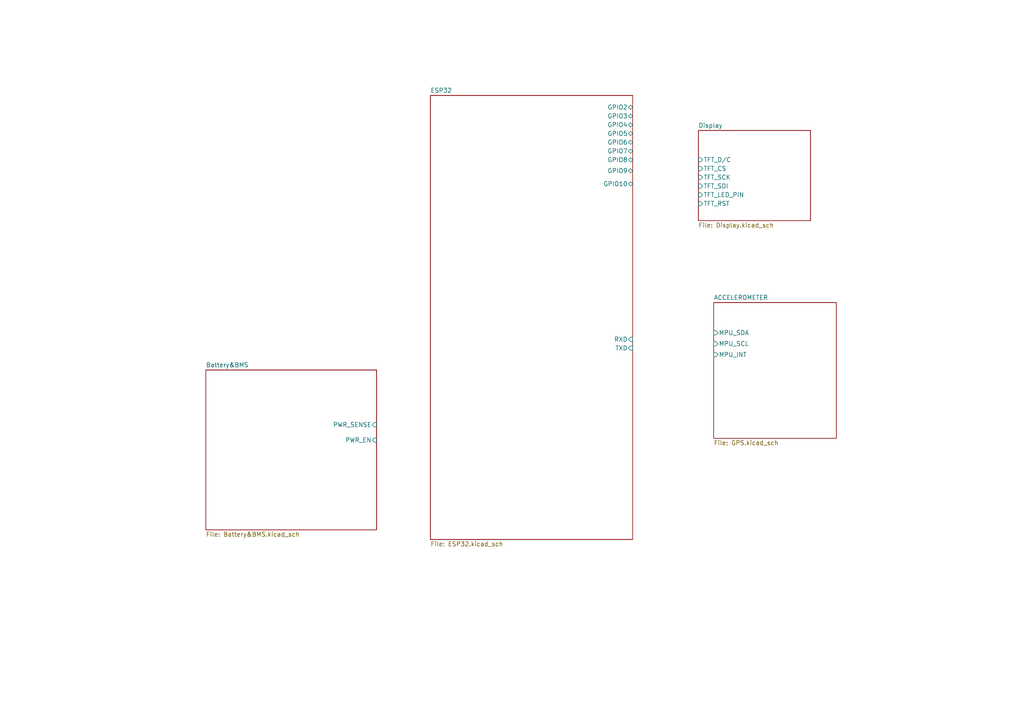
<source format=kicad_sch>
(kicad_sch (version 20230121) (generator eeschema)
  (paper "A4")
  (lib_symbols)
  (sheet (at 202.565 37.846) (size 32.512 26.162) (stroke (width 0.1524))
    (property "Sheetname" "Display" (at 202.565 37.1344 0) (effects (justify left bottom)))
    (property "Sheetfile" "Display.kicad_sch" (at 202.565 64.5926 0) (effects (justify left top)))
    (pin "TFT_SDI" input (at 202.565 53.975 180))
    (pin "TFT_SCK" input (at 202.565 51.435 180))
    (pin "TFT_CS" input (at 202.565 48.895 180))
    (pin "TFT_D{slash}C" input (at 202.565 46.355 180))
    (pin "TFT_LED_PIN" input (at 202.565 56.515 180))
    (pin "TFT_RST" input (at 202.565 59.055 180))
  )
  (sheet (at 207.01 87.757) (size 35.56 39.37) (stroke (width 0.1524))
    (property "Sheetname" "ACCELEROMETER" (at 207.01 87.0454 0) (effects (justify left bottom)))
    (property "Sheetfile" "GPS.kicad_sch" (at 207.01 127.7116 0) (effects (justify left top)))
    (pin "MPU_SDA" input (at 207.01 96.52 180))
    (pin "MPU_SCL" input (at 207.01 99.695 180))
    (pin "MPU_INT" input (at 207.01 102.87 180))
  )
  (sheet (at 124.841 27.686) (size 58.674 128.778) (stroke (width 0.1524))
    (property "Sheetname" "ESP32" (at 124.841 26.9744 0) (effects (justify left bottom)))
    (property "Sheetfile" "ESP32.kicad_sch" (at 124.841 157.0486 0) (effects (justify left top)))
    (pin "TXD" input (at 183.515 100.965 0))
    (pin "RXD" input (at 183.515 98.425 0))
    (pin "GPIO6" bidirectional (at 183.515 41.275 0))
    (pin "GPIO7" bidirectional (at 183.515 43.815 0))
    (pin "GPIO4" bidirectional (at 183.515 36.195 0))
    (pin "GPIO8" bidirectional (at 183.515 46.355 0))
    (pin "GPIO5" bidirectional (at 183.515 38.735 0))
    (pin "GPIO2" bidirectional (at 183.515 31.115 0))
    (pin "GPIO3" bidirectional (at 183.515 33.655 0))
    (pin "GPIO9" bidirectional (at 183.515 49.53 0))
    (pin "GPIO10" bidirectional (at 183.515 53.34 0))
  )
  (sheet (at 59.69 107.315) (size 49.53 46.355) (stroke (width 0.1524))
    (property "Sheetname" "Battery&BMS" (at 59.69 106.6034 0) (effects (justify left bottom)))
    (property "Sheetfile" "Battery&BMS.kicad_sch" (at 59.69 154.2546 0) (effects (justify left top)))
    (pin "PWR_SENSE" input (at 109.22 123.19 0))
    (pin "PWR_EN" input (at 109.22 127.635 0))
  )
)
</source>
